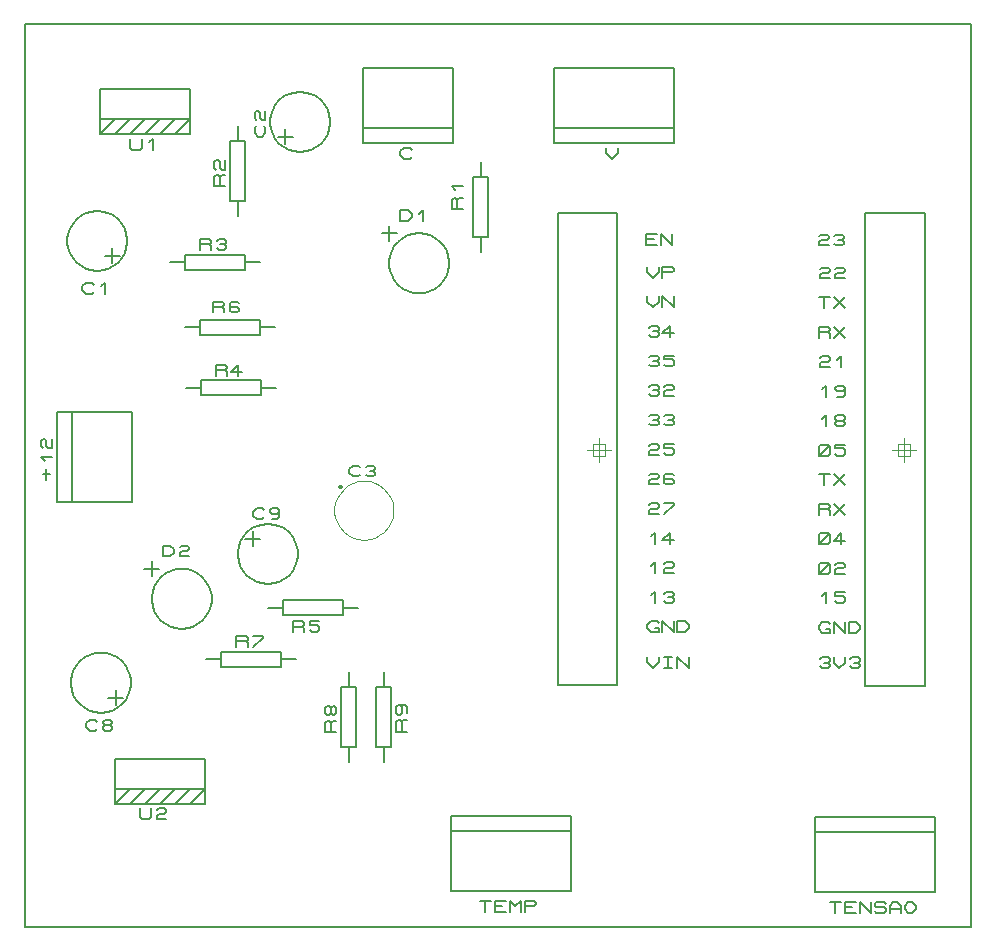
<source format=gbr>
G04 PROTEUS GERBER X2 FILE*
%TF.GenerationSoftware,Labcenter,Proteus,8.6-SP2-Build23525*%
%TF.CreationDate,2021-11-18T02:18:18+00:00*%
%TF.FileFunction,Legend,Top*%
%TF.FilePolarity,Positive*%
%TF.Part,Single*%
%FSLAX45Y45*%
%MOMM*%
G01*
%TA.AperFunction,Material*%
%ADD71C,0.000010*%
%ADD20C,0.203200*%
%ADD21C,0.120000*%
%ADD22C,0.200000*%
%TA.AperFunction,Profile*%
%ADD17C,0.203200*%
%TD.AperFunction*%
D71*
X-3470800Y+1103200D02*
X-3369200Y+1103200D01*
X-3369200Y+1204800D01*
X-3470800Y+1204800D01*
X-3470800Y+1103200D01*
X-3420000Y+1255600D02*
X-3420000Y+1052400D01*
X-3318400Y+1154000D02*
X-3521600Y+1154000D01*
X-6050800Y+1101200D02*
X-5949200Y+1101200D01*
X-5949200Y+1202800D01*
X-6050800Y+1202800D01*
X-6050800Y+1101200D01*
X-6000000Y+1253600D02*
X-6000000Y+1050400D01*
X-5898400Y+1152000D02*
X-6101600Y+1152000D01*
D20*
X-5504750Y+2888080D02*
X-5600000Y+2888080D01*
X-5600000Y+2979520D01*
X-5504750Y+2979520D01*
X-5600000Y+2933800D02*
X-5536500Y+2933800D01*
X-5473000Y+2888080D02*
X-5473000Y+2979520D01*
X-5377750Y+2888080D01*
X-5377750Y+2979520D01*
X-5590000Y+2699520D02*
X-5590000Y+2653800D01*
X-5542375Y+2608080D01*
X-5494750Y+2653800D01*
X-5494750Y+2699520D01*
X-5463000Y+2608080D02*
X-5463000Y+2699520D01*
X-5383625Y+2699520D01*
X-5367750Y+2684280D01*
X-5367750Y+2669040D01*
X-5383625Y+2653800D01*
X-5463000Y+2653800D01*
X-5590000Y+2449520D02*
X-5590000Y+2403800D01*
X-5542375Y+2358080D01*
X-5494750Y+2403800D01*
X-5494750Y+2449520D01*
X-5463000Y+2358080D02*
X-5463000Y+2449520D01*
X-5367750Y+2358080D01*
X-5367750Y+2449520D01*
X-5574125Y+2184280D02*
X-5558250Y+2199520D01*
X-5510625Y+2199520D01*
X-5494750Y+2184280D01*
X-5494750Y+2169040D01*
X-5510625Y+2153800D01*
X-5494750Y+2138560D01*
X-5494750Y+2123320D01*
X-5510625Y+2108080D01*
X-5558250Y+2108080D01*
X-5574125Y+2123320D01*
X-5542375Y+2153800D02*
X-5510625Y+2153800D01*
X-5367750Y+2138560D02*
X-5463000Y+2138560D01*
X-5399500Y+2199520D01*
X-5399500Y+2108080D01*
X-5574125Y+1934280D02*
X-5558250Y+1949520D01*
X-5510625Y+1949520D01*
X-5494750Y+1934280D01*
X-5494750Y+1919040D01*
X-5510625Y+1903800D01*
X-5494750Y+1888560D01*
X-5494750Y+1873320D01*
X-5510625Y+1858080D01*
X-5558250Y+1858080D01*
X-5574125Y+1873320D01*
X-5542375Y+1903800D02*
X-5510625Y+1903800D01*
X-5367750Y+1949520D02*
X-5447125Y+1949520D01*
X-5447125Y+1919040D01*
X-5383625Y+1919040D01*
X-5367750Y+1903800D01*
X-5367750Y+1873320D01*
X-5383625Y+1858080D01*
X-5431250Y+1858080D01*
X-5447125Y+1873320D01*
X-5574125Y+1684280D02*
X-5558250Y+1699520D01*
X-5510625Y+1699520D01*
X-5494750Y+1684280D01*
X-5494750Y+1669040D01*
X-5510625Y+1653800D01*
X-5494750Y+1638560D01*
X-5494750Y+1623320D01*
X-5510625Y+1608080D01*
X-5558250Y+1608080D01*
X-5574125Y+1623320D01*
X-5542375Y+1653800D02*
X-5510625Y+1653800D01*
X-5447125Y+1684280D02*
X-5431250Y+1699520D01*
X-5383625Y+1699520D01*
X-5367750Y+1684280D01*
X-5367750Y+1669040D01*
X-5383625Y+1653800D01*
X-5431250Y+1653800D01*
X-5447125Y+1638560D01*
X-5447125Y+1608080D01*
X-5367750Y+1608080D01*
X-5574125Y+1434280D02*
X-5558250Y+1449520D01*
X-5510625Y+1449520D01*
X-5494750Y+1434280D01*
X-5494750Y+1419040D01*
X-5510625Y+1403800D01*
X-5494750Y+1388560D01*
X-5494750Y+1373320D01*
X-5510625Y+1358080D01*
X-5558250Y+1358080D01*
X-5574125Y+1373320D01*
X-5542375Y+1403800D02*
X-5510625Y+1403800D01*
X-5447125Y+1434280D02*
X-5431250Y+1449520D01*
X-5383625Y+1449520D01*
X-5367750Y+1434280D01*
X-5367750Y+1419040D01*
X-5383625Y+1403800D01*
X-5367750Y+1388560D01*
X-5367750Y+1373320D01*
X-5383625Y+1358080D01*
X-5431250Y+1358080D01*
X-5447125Y+1373320D01*
X-5415375Y+1403800D02*
X-5383625Y+1403800D01*
X-5574125Y+1184280D02*
X-5558250Y+1199520D01*
X-5510625Y+1199520D01*
X-5494750Y+1184280D01*
X-5494750Y+1169040D01*
X-5510625Y+1153800D01*
X-5558250Y+1153800D01*
X-5574125Y+1138560D01*
X-5574125Y+1108080D01*
X-5494750Y+1108080D01*
X-5367750Y+1199520D02*
X-5447125Y+1199520D01*
X-5447125Y+1169040D01*
X-5383625Y+1169040D01*
X-5367750Y+1153800D01*
X-5367750Y+1123320D01*
X-5383625Y+1108080D01*
X-5431250Y+1108080D01*
X-5447125Y+1123320D01*
X-5574125Y+934280D02*
X-5558250Y+949520D01*
X-5510625Y+949520D01*
X-5494750Y+934280D01*
X-5494750Y+919040D01*
X-5510625Y+903800D01*
X-5558250Y+903800D01*
X-5574125Y+888560D01*
X-5574125Y+858080D01*
X-5494750Y+858080D01*
X-5367750Y+934280D02*
X-5383625Y+949520D01*
X-5431250Y+949520D01*
X-5447125Y+934280D01*
X-5447125Y+873320D01*
X-5431250Y+858080D01*
X-5383625Y+858080D01*
X-5367750Y+873320D01*
X-5367750Y+888560D01*
X-5383625Y+903800D01*
X-5447125Y+903800D01*
X-5574125Y+684280D02*
X-5558250Y+699520D01*
X-5510625Y+699520D01*
X-5494750Y+684280D01*
X-5494750Y+669040D01*
X-5510625Y+653800D01*
X-5558250Y+653800D01*
X-5574125Y+638560D01*
X-5574125Y+608080D01*
X-5494750Y+608080D01*
X-5447125Y+699520D02*
X-5367750Y+699520D01*
X-5367750Y+684280D01*
X-5447125Y+608080D01*
X-5558250Y+419040D02*
X-5526500Y+449520D01*
X-5526500Y+358080D01*
X-5367750Y+388560D02*
X-5463000Y+388560D01*
X-5399500Y+449520D01*
X-5399500Y+358080D01*
X-5558250Y+169040D02*
X-5526500Y+199520D01*
X-5526500Y+108080D01*
X-5447125Y+184280D02*
X-5431250Y+199520D01*
X-5383625Y+199520D01*
X-5367750Y+184280D01*
X-5367750Y+169040D01*
X-5383625Y+153800D01*
X-5431250Y+153800D01*
X-5447125Y+138560D01*
X-5447125Y+108080D01*
X-5367750Y+108080D01*
X-5558250Y-80960D02*
X-5526500Y-50480D01*
X-5526500Y-141920D01*
X-5447125Y-65720D02*
X-5431250Y-50480D01*
X-5383625Y-50480D01*
X-5367750Y-65720D01*
X-5367750Y-80960D01*
X-5383625Y-96200D01*
X-5367750Y-111440D01*
X-5367750Y-126680D01*
X-5383625Y-141920D01*
X-5431250Y-141920D01*
X-5447125Y-126680D01*
X-5415375Y-96200D02*
X-5383625Y-96200D01*
X-5526500Y-361440D02*
X-5494750Y-361440D01*
X-5494750Y-391920D01*
X-5558250Y-391920D01*
X-5590000Y-361440D01*
X-5590000Y-330960D01*
X-5558250Y-300480D01*
X-5510625Y-300480D01*
X-5494750Y-315720D01*
X-5463000Y-391920D02*
X-5463000Y-300480D01*
X-5367750Y-391920D01*
X-5367750Y-300480D01*
X-5336000Y-391920D02*
X-5336000Y-300480D01*
X-5272500Y-300480D01*
X-5240750Y-330960D01*
X-5240750Y-361440D01*
X-5272500Y-391920D01*
X-5336000Y-391920D01*
X-5590000Y-600480D02*
X-5590000Y-646200D01*
X-5542375Y-691920D01*
X-5494750Y-646200D01*
X-5494750Y-600480D01*
X-5447125Y-600480D02*
X-5383625Y-600480D01*
X-5415375Y-600480D02*
X-5415375Y-691920D01*
X-5447125Y-691920D02*
X-5383625Y-691920D01*
X-5336000Y-691920D02*
X-5336000Y-600480D01*
X-5240750Y-691920D01*
X-5240750Y-600480D01*
X-4134125Y+2958280D02*
X-4118250Y+2973520D01*
X-4070625Y+2973520D01*
X-4054750Y+2958280D01*
X-4054750Y+2943040D01*
X-4070625Y+2927800D01*
X-4118250Y+2927800D01*
X-4134125Y+2912560D01*
X-4134125Y+2882080D01*
X-4054750Y+2882080D01*
X-4007125Y+2958280D02*
X-3991250Y+2973520D01*
X-3943625Y+2973520D01*
X-3927750Y+2958280D01*
X-3927750Y+2943040D01*
X-3943625Y+2927800D01*
X-3927750Y+2912560D01*
X-3927750Y+2897320D01*
X-3943625Y+2882080D01*
X-3991250Y+2882080D01*
X-4007125Y+2897320D01*
X-3975375Y+2927800D02*
X-3943625Y+2927800D01*
X-4124125Y+2678280D02*
X-4108250Y+2693520D01*
X-4060625Y+2693520D01*
X-4044750Y+2678280D01*
X-4044750Y+2663040D01*
X-4060625Y+2647800D01*
X-4108250Y+2647800D01*
X-4124125Y+2632560D01*
X-4124125Y+2602080D01*
X-4044750Y+2602080D01*
X-3997125Y+2678280D02*
X-3981250Y+2693520D01*
X-3933625Y+2693520D01*
X-3917750Y+2678280D01*
X-3917750Y+2663040D01*
X-3933625Y+2647800D01*
X-3981250Y+2647800D01*
X-3997125Y+2632560D01*
X-3997125Y+2602080D01*
X-3917750Y+2602080D01*
X-4140000Y+2443520D02*
X-4044750Y+2443520D01*
X-4092375Y+2443520D02*
X-4092375Y+2352080D01*
X-4013000Y+2443520D02*
X-3917750Y+2352080D01*
X-4013000Y+2352080D02*
X-3917750Y+2443520D01*
X-4140000Y+2102080D02*
X-4140000Y+2193520D01*
X-4060625Y+2193520D01*
X-4044750Y+2178280D01*
X-4044750Y+2163040D01*
X-4060625Y+2147800D01*
X-4140000Y+2147800D01*
X-4060625Y+2147800D02*
X-4044750Y+2132560D01*
X-4044750Y+2102080D01*
X-4013000Y+2193520D02*
X-3917750Y+2102080D01*
X-4013000Y+2102080D02*
X-3917750Y+2193520D01*
X-4124125Y+1928280D02*
X-4108250Y+1943520D01*
X-4060625Y+1943520D01*
X-4044750Y+1928280D01*
X-4044750Y+1913040D01*
X-4060625Y+1897800D01*
X-4108250Y+1897800D01*
X-4124125Y+1882560D01*
X-4124125Y+1852080D01*
X-4044750Y+1852080D01*
X-3981250Y+1913040D02*
X-3949500Y+1943520D01*
X-3949500Y+1852080D01*
X-4108250Y+1663040D02*
X-4076500Y+1693520D01*
X-4076500Y+1602080D01*
X-3917750Y+1663040D02*
X-3933625Y+1647800D01*
X-3981250Y+1647800D01*
X-3997125Y+1663040D01*
X-3997125Y+1678280D01*
X-3981250Y+1693520D01*
X-3933625Y+1693520D01*
X-3917750Y+1678280D01*
X-3917750Y+1617320D01*
X-3933625Y+1602080D01*
X-3981250Y+1602080D01*
X-4108250Y+1413040D02*
X-4076500Y+1443520D01*
X-4076500Y+1352080D01*
X-3981250Y+1397800D02*
X-3997125Y+1413040D01*
X-3997125Y+1428280D01*
X-3981250Y+1443520D01*
X-3933625Y+1443520D01*
X-3917750Y+1428280D01*
X-3917750Y+1413040D01*
X-3933625Y+1397800D01*
X-3981250Y+1397800D01*
X-3997125Y+1382560D01*
X-3997125Y+1367320D01*
X-3981250Y+1352080D01*
X-3933625Y+1352080D01*
X-3917750Y+1367320D01*
X-3917750Y+1382560D01*
X-3933625Y+1397800D01*
X-4140000Y+1117320D02*
X-4140000Y+1178280D01*
X-4124125Y+1193520D01*
X-4060625Y+1193520D01*
X-4044750Y+1178280D01*
X-4044750Y+1117320D01*
X-4060625Y+1102080D01*
X-4124125Y+1102080D01*
X-4140000Y+1117320D01*
X-4140000Y+1102080D02*
X-4044750Y+1193520D01*
X-3917750Y+1193520D02*
X-3997125Y+1193520D01*
X-3997125Y+1163040D01*
X-3933625Y+1163040D01*
X-3917750Y+1147800D01*
X-3917750Y+1117320D01*
X-3933625Y+1102080D01*
X-3981250Y+1102080D01*
X-3997125Y+1117320D01*
X-4140000Y+943520D02*
X-4044750Y+943520D01*
X-4092375Y+943520D02*
X-4092375Y+852080D01*
X-4013000Y+943520D02*
X-3917750Y+852080D01*
X-4013000Y+852080D02*
X-3917750Y+943520D01*
X-4140000Y+602080D02*
X-4140000Y+693520D01*
X-4060625Y+693520D01*
X-4044750Y+678280D01*
X-4044750Y+663040D01*
X-4060625Y+647800D01*
X-4140000Y+647800D01*
X-4060625Y+647800D02*
X-4044750Y+632560D01*
X-4044750Y+602080D01*
X-4013000Y+693520D02*
X-3917750Y+602080D01*
X-4013000Y+602080D02*
X-3917750Y+693520D01*
X-4140000Y+367320D02*
X-4140000Y+428280D01*
X-4124125Y+443520D01*
X-4060625Y+443520D01*
X-4044750Y+428280D01*
X-4044750Y+367320D01*
X-4060625Y+352080D01*
X-4124125Y+352080D01*
X-4140000Y+367320D01*
X-4140000Y+352080D02*
X-4044750Y+443520D01*
X-3917750Y+382560D02*
X-4013000Y+382560D01*
X-3949500Y+443520D01*
X-3949500Y+352080D01*
X-4140000Y+117320D02*
X-4140000Y+178280D01*
X-4124125Y+193520D01*
X-4060625Y+193520D01*
X-4044750Y+178280D01*
X-4044750Y+117320D01*
X-4060625Y+102080D01*
X-4124125Y+102080D01*
X-4140000Y+117320D01*
X-4140000Y+102080D02*
X-4044750Y+193520D01*
X-3997125Y+178280D02*
X-3981250Y+193520D01*
X-3933625Y+193520D01*
X-3917750Y+178280D01*
X-3917750Y+163040D01*
X-3933625Y+147800D01*
X-3981250Y+147800D01*
X-3997125Y+132560D01*
X-3997125Y+102080D01*
X-3917750Y+102080D01*
X-4108250Y-86960D02*
X-4076500Y-56480D01*
X-4076500Y-147920D01*
X-3917750Y-56480D02*
X-3997125Y-56480D01*
X-3997125Y-86960D01*
X-3933625Y-86960D01*
X-3917750Y-102200D01*
X-3917750Y-132680D01*
X-3933625Y-147920D01*
X-3981250Y-147920D01*
X-3997125Y-132680D01*
X-4076500Y-367440D02*
X-4044750Y-367440D01*
X-4044750Y-397920D01*
X-4108250Y-397920D01*
X-4140000Y-367440D01*
X-4140000Y-336960D01*
X-4108250Y-306480D01*
X-4060625Y-306480D01*
X-4044750Y-321720D01*
X-4013000Y-397920D02*
X-4013000Y-306480D01*
X-3917750Y-397920D01*
X-3917750Y-306480D01*
X-3886000Y-397920D02*
X-3886000Y-306480D01*
X-3822500Y-306480D01*
X-3790750Y-336960D01*
X-3790750Y-367440D01*
X-3822500Y-397920D01*
X-3886000Y-397920D01*
X-4124125Y-621720D02*
X-4108250Y-606480D01*
X-4060625Y-606480D01*
X-4044750Y-621720D01*
X-4044750Y-636960D01*
X-4060625Y-652200D01*
X-4044750Y-667440D01*
X-4044750Y-682680D01*
X-4060625Y-697920D01*
X-4108250Y-697920D01*
X-4124125Y-682680D01*
X-4092375Y-652200D02*
X-4060625Y-652200D01*
X-4013000Y-606480D02*
X-4013000Y-652200D01*
X-3965375Y-697920D01*
X-3917750Y-652200D01*
X-3917750Y-606480D01*
X-3870125Y-621720D02*
X-3854250Y-606480D01*
X-3806625Y-606480D01*
X-3790750Y-621720D01*
X-3790750Y-636960D01*
X-3806625Y-652200D01*
X-3790750Y-667440D01*
X-3790750Y-682680D01*
X-3806625Y-697920D01*
X-3854250Y-697920D01*
X-3870125Y-682680D01*
X-3838375Y-652200D02*
X-3806625Y-652200D01*
X-6350000Y-840000D02*
X-5850000Y-840000D01*
X-5850000Y+3160000D01*
X-6350000Y+3160000D01*
X-6350000Y-840000D01*
X-3750000Y-846000D02*
X-3240000Y-846000D01*
X-3240000Y+3154000D01*
X-3750000Y+3154000D01*
X-3750000Y-846000D01*
X-6382000Y+3749000D02*
X-5366000Y+3749000D01*
X-5366000Y+4384000D01*
X-6382000Y+4384000D01*
X-6382000Y+3749000D01*
X-5366000Y+3876000D02*
X-6382000Y+3876000D01*
X-5937500Y+3708360D02*
X-5937500Y+3662640D01*
X-5889875Y+3616920D01*
X-5842250Y+3662640D01*
X-5842250Y+3708360D01*
X-7998000Y+3749000D02*
X-7236000Y+3749000D01*
X-7236000Y+4384000D01*
X-7998000Y+4384000D01*
X-7998000Y+3749000D01*
X-7236000Y+3876000D02*
X-7998000Y+3876000D01*
X-7585250Y+3632160D02*
X-7601125Y+3616920D01*
X-7648750Y+3616920D01*
X-7680500Y+3647400D01*
X-7680500Y+3677880D01*
X-7648750Y+3708360D01*
X-7601125Y+3708360D01*
X-7585250Y+3693120D01*
X-10591000Y+706000D02*
X-9956000Y+706000D01*
X-9956000Y+1468000D01*
X-10591000Y+1468000D01*
X-10591000Y+706000D01*
X-10464000Y+706000D02*
X-10464000Y+1468000D01*
X-10677360Y+896500D02*
X-10677360Y+991750D01*
X-10707840Y+944125D02*
X-10646880Y+944125D01*
X-10692600Y+1055250D02*
X-10723080Y+1087000D01*
X-10631640Y+1087000D01*
X-10707840Y+1166375D02*
X-10723080Y+1182250D01*
X-10723080Y+1229875D01*
X-10707840Y+1245750D01*
X-10692600Y+1245750D01*
X-10677360Y+1229875D01*
X-10677360Y+1182250D01*
X-10662120Y+1166375D01*
X-10631640Y+1166375D01*
X-10631640Y+1245750D01*
X-9993000Y+2920000D02*
X-9993827Y+2940483D01*
X-10000545Y+2981450D01*
X-10014563Y+3022417D01*
X-10037341Y+3063384D01*
X-10072141Y+3104229D01*
X-10113108Y+3135845D01*
X-10154075Y+3156392D01*
X-10195042Y+3168629D01*
X-10236009Y+3173762D01*
X-10247000Y+3174000D01*
X-10501000Y+2920000D02*
X-10500173Y+2940483D01*
X-10493455Y+2981450D01*
X-10479437Y+3022417D01*
X-10456659Y+3063384D01*
X-10421859Y+3104229D01*
X-10380892Y+3135845D01*
X-10339925Y+3156392D01*
X-10298958Y+3168629D01*
X-10257991Y+3173762D01*
X-10247000Y+3174000D01*
X-10501000Y+2920000D02*
X-10500173Y+2899517D01*
X-10493455Y+2858550D01*
X-10479437Y+2817583D01*
X-10456659Y+2776616D01*
X-10421859Y+2735771D01*
X-10380892Y+2704155D01*
X-10339925Y+2683608D01*
X-10298958Y+2671371D01*
X-10257991Y+2666238D01*
X-10247000Y+2666000D01*
X-9993000Y+2920000D02*
X-9993827Y+2899517D01*
X-10000545Y+2858550D01*
X-10014563Y+2817583D01*
X-10037341Y+2776616D01*
X-10072141Y+2735771D01*
X-10113108Y+2704155D01*
X-10154075Y+2683608D01*
X-10195042Y+2671371D01*
X-10236009Y+2666238D01*
X-10247000Y+2666000D01*
X-10056500Y+2793000D02*
X-10183500Y+2793000D01*
X-10120000Y+2729500D02*
X-10120000Y+2856500D01*
X-10277830Y+2489160D02*
X-10293705Y+2473920D01*
X-10341330Y+2473920D01*
X-10373080Y+2504400D01*
X-10373080Y+2534880D01*
X-10341330Y+2565360D01*
X-10293705Y+2565360D01*
X-10277830Y+2550120D01*
X-10214330Y+2534880D02*
X-10182580Y+2565360D01*
X-10182580Y+2473920D01*
X-10221000Y+3953000D02*
X-9459000Y+3953000D01*
X-9459000Y+4207000D01*
X-10221000Y+4207000D01*
X-10221000Y+3953000D01*
X-9459000Y+3953000D02*
X-9459000Y+3826000D01*
X-10221000Y+3826000D01*
X-10221000Y+3953000D01*
X-9459000Y+3953000D02*
X-9586000Y+3826000D01*
X-9586000Y+3953000D02*
X-9713000Y+3826000D01*
X-9713000Y+3953000D02*
X-9840000Y+3826000D01*
X-9840000Y+3953000D02*
X-9967000Y+3826000D01*
X-9967000Y+3953000D02*
X-10094000Y+3826000D01*
X-10094000Y+3953000D02*
X-10221000Y+3826000D01*
X-9967000Y+3785360D02*
X-9967000Y+3709160D01*
X-9951125Y+3693920D01*
X-9887625Y+3693920D01*
X-9871750Y+3709160D01*
X-9871750Y+3785360D01*
X-9808250Y+3754880D02*
X-9776500Y+3785360D01*
X-9776500Y+3693920D01*
X-9060000Y+3127000D02*
X-9060000Y+3254000D01*
X-9123500Y+3254000D02*
X-8996500Y+3254000D01*
X-8996500Y+3762000D01*
X-9123500Y+3762000D01*
X-9123500Y+3254000D01*
X-9060000Y+3762000D02*
X-9060000Y+3889000D01*
X-9164140Y+3381000D02*
X-9255580Y+3381000D01*
X-9255580Y+3460375D01*
X-9240340Y+3476250D01*
X-9225100Y+3476250D01*
X-9209860Y+3460375D01*
X-9209860Y+3381000D01*
X-9209860Y+3460375D02*
X-9194620Y+3476250D01*
X-9164140Y+3476250D01*
X-9240340Y+3523875D02*
X-9255580Y+3539750D01*
X-9255580Y+3587375D01*
X-9240340Y+3603250D01*
X-9225100Y+3603250D01*
X-9209860Y+3587375D01*
X-9209860Y+3539750D01*
X-9194620Y+3523875D01*
X-9164140Y+3523875D01*
X-9164140Y+3603250D01*
X-9633000Y+2740000D02*
X-9506000Y+2740000D01*
X-9506000Y+2676500D02*
X-8998000Y+2676500D01*
X-8998000Y+2803500D01*
X-9506000Y+2803500D01*
X-9506000Y+2676500D01*
X-8998000Y+2740000D02*
X-8871000Y+2740000D01*
X-9379000Y+2844140D02*
X-9379000Y+2935580D01*
X-9299625Y+2935580D01*
X-9283750Y+2920340D01*
X-9283750Y+2905100D01*
X-9299625Y+2889860D01*
X-9379000Y+2889860D01*
X-9299625Y+2889860D02*
X-9283750Y+2874620D01*
X-9283750Y+2844140D01*
X-9236125Y+2920340D02*
X-9220250Y+2935580D01*
X-9172625Y+2935580D01*
X-9156750Y+2920340D01*
X-9156750Y+2905100D01*
X-9172625Y+2889860D01*
X-9156750Y+2874620D01*
X-9156750Y+2859380D01*
X-9172625Y+2844140D01*
X-9220250Y+2844140D01*
X-9236125Y+2859380D01*
X-9204375Y+2889860D02*
X-9172625Y+2889860D01*
X-8276000Y+3927000D02*
X-8276827Y+3947483D01*
X-8283545Y+3988450D01*
X-8297563Y+4029417D01*
X-8320341Y+4070384D01*
X-8355141Y+4111229D01*
X-8396108Y+4142845D01*
X-8437075Y+4163392D01*
X-8478042Y+4175629D01*
X-8519009Y+4180762D01*
X-8530000Y+4181000D01*
X-8784000Y+3927000D02*
X-8783173Y+3947483D01*
X-8776455Y+3988450D01*
X-8762437Y+4029417D01*
X-8739659Y+4070384D01*
X-8704859Y+4111229D01*
X-8663892Y+4142845D01*
X-8622925Y+4163392D01*
X-8581958Y+4175629D01*
X-8540991Y+4180762D01*
X-8530000Y+4181000D01*
X-8784000Y+3927000D02*
X-8783173Y+3906517D01*
X-8776455Y+3865550D01*
X-8762437Y+3824583D01*
X-8739659Y+3783616D01*
X-8704859Y+3742771D01*
X-8663892Y+3711155D01*
X-8622925Y+3690608D01*
X-8581958Y+3678371D01*
X-8540991Y+3673238D01*
X-8530000Y+3673000D01*
X-8276000Y+3927000D02*
X-8276827Y+3906517D01*
X-8283545Y+3865550D01*
X-8297563Y+3824583D01*
X-8320341Y+3783616D01*
X-8355141Y+3742771D01*
X-8396108Y+3711155D01*
X-8437075Y+3690608D01*
X-8478042Y+3678371D01*
X-8519009Y+3673238D01*
X-8530000Y+3673000D01*
X-8657000Y+3736500D02*
X-8657000Y+3863500D01*
X-8720500Y+3800000D02*
X-8593500Y+3800000D01*
X-8839880Y+3894330D02*
X-8824640Y+3878455D01*
X-8824640Y+3830830D01*
X-8855120Y+3799080D01*
X-8885600Y+3799080D01*
X-8916080Y+3830830D01*
X-8916080Y+3878455D01*
X-8900840Y+3894330D01*
X-8900840Y+3941955D02*
X-8916080Y+3957830D01*
X-8916080Y+4005455D01*
X-8900840Y+4021330D01*
X-8885600Y+4021330D01*
X-8870360Y+4005455D01*
X-8870360Y+3957830D01*
X-8855120Y+3941955D01*
X-8824640Y+3941955D01*
X-8824640Y+4021330D01*
X-7000000Y+2827000D02*
X-7000000Y+2954000D01*
X-7063500Y+2954000D02*
X-6936500Y+2954000D01*
X-6936500Y+3462000D01*
X-7063500Y+3462000D01*
X-7063500Y+2954000D01*
X-7000000Y+3462000D02*
X-7000000Y+3589000D01*
X-7154140Y+3191000D02*
X-7245580Y+3191000D01*
X-7245580Y+3270375D01*
X-7230340Y+3286250D01*
X-7215100Y+3286250D01*
X-7199860Y+3270375D01*
X-7199860Y+3191000D01*
X-7199860Y+3270375D02*
X-7184620Y+3286250D01*
X-7154140Y+3286250D01*
X-7215100Y+3349750D02*
X-7245580Y+3381500D01*
X-7154140Y+3381500D01*
X-7269000Y+2730000D02*
X-7269827Y+2750483D01*
X-7276545Y+2791450D01*
X-7290563Y+2832417D01*
X-7313341Y+2873384D01*
X-7348141Y+2914229D01*
X-7389108Y+2945845D01*
X-7430075Y+2966392D01*
X-7471042Y+2978629D01*
X-7512009Y+2983762D01*
X-7523000Y+2984000D01*
X-7777000Y+2730000D02*
X-7776173Y+2750483D01*
X-7769455Y+2791450D01*
X-7755437Y+2832417D01*
X-7732659Y+2873384D01*
X-7697859Y+2914229D01*
X-7656892Y+2945845D01*
X-7615925Y+2966392D01*
X-7574958Y+2978629D01*
X-7533991Y+2983762D01*
X-7523000Y+2984000D01*
X-7777000Y+2730000D02*
X-7776173Y+2709517D01*
X-7769455Y+2668550D01*
X-7755437Y+2627583D01*
X-7732659Y+2586616D01*
X-7697859Y+2545771D01*
X-7656892Y+2514155D01*
X-7615925Y+2493608D01*
X-7574958Y+2481371D01*
X-7533991Y+2476238D01*
X-7523000Y+2476000D01*
X-7269000Y+2730000D02*
X-7269827Y+2709517D01*
X-7276545Y+2668550D01*
X-7290563Y+2627583D01*
X-7313341Y+2586616D01*
X-7348141Y+2545771D01*
X-7389108Y+2514155D01*
X-7430075Y+2493608D01*
X-7471042Y+2481371D01*
X-7512009Y+2476238D01*
X-7523000Y+2476000D01*
X-7840500Y+2984000D02*
X-7713500Y+2984000D01*
X-7777000Y+3047500D02*
X-7777000Y+2920500D01*
X-7681750Y+3088140D02*
X-7681750Y+3179580D01*
X-7618250Y+3179580D01*
X-7586500Y+3149100D01*
X-7586500Y+3118620D01*
X-7618250Y+3088140D01*
X-7681750Y+3088140D01*
X-7523000Y+3149100D02*
X-7491250Y+3179580D01*
X-7491250Y+3088140D01*
X-9503000Y+2190000D02*
X-9376000Y+2190000D01*
X-9376000Y+2126500D02*
X-8868000Y+2126500D01*
X-8868000Y+2253500D01*
X-9376000Y+2253500D01*
X-9376000Y+2126500D01*
X-8868000Y+2190000D02*
X-8741000Y+2190000D01*
X-9269000Y+2314140D02*
X-9269000Y+2405580D01*
X-9189625Y+2405580D01*
X-9173750Y+2390340D01*
X-9173750Y+2375100D01*
X-9189625Y+2359860D01*
X-9269000Y+2359860D01*
X-9189625Y+2359860D02*
X-9173750Y+2344620D01*
X-9173750Y+2314140D01*
X-9046750Y+2390340D02*
X-9062625Y+2405580D01*
X-9110250Y+2405580D01*
X-9126125Y+2390340D01*
X-9126125Y+2329380D01*
X-9110250Y+2314140D01*
X-9062625Y+2314140D01*
X-9046750Y+2329380D01*
X-9046750Y+2344620D01*
X-9062625Y+2359860D01*
X-9126125Y+2359860D01*
X-9963000Y-820000D02*
X-9963827Y-799517D01*
X-9970545Y-758550D01*
X-9984563Y-717583D01*
X-10007341Y-676616D01*
X-10042141Y-635771D01*
X-10083108Y-604155D01*
X-10124075Y-583608D01*
X-10165042Y-571371D01*
X-10206009Y-566238D01*
X-10217000Y-566000D01*
X-10471000Y-820000D02*
X-10470173Y-799517D01*
X-10463455Y-758550D01*
X-10449437Y-717583D01*
X-10426659Y-676616D01*
X-10391859Y-635771D01*
X-10350892Y-604155D01*
X-10309925Y-583608D01*
X-10268958Y-571371D01*
X-10227991Y-566238D01*
X-10217000Y-566000D01*
X-10471000Y-820000D02*
X-10470173Y-840483D01*
X-10463455Y-881450D01*
X-10449437Y-922417D01*
X-10426659Y-963384D01*
X-10391859Y-1004229D01*
X-10350892Y-1035845D01*
X-10309925Y-1056392D01*
X-10268958Y-1068629D01*
X-10227991Y-1073762D01*
X-10217000Y-1074000D01*
X-9963000Y-820000D02*
X-9963827Y-840483D01*
X-9970545Y-881450D01*
X-9984563Y-922417D01*
X-10007341Y-963384D01*
X-10042141Y-1004229D01*
X-10083108Y-1035845D01*
X-10124075Y-1056392D01*
X-10165042Y-1068629D01*
X-10206009Y-1073762D01*
X-10217000Y-1074000D01*
X-10026500Y-947000D02*
X-10153500Y-947000D01*
X-10090000Y-1010500D02*
X-10090000Y-883500D01*
X-10247830Y-1210840D02*
X-10263705Y-1226080D01*
X-10311330Y-1226080D01*
X-10343080Y-1195600D01*
X-10343080Y-1165120D01*
X-10311330Y-1134640D01*
X-10263705Y-1134640D01*
X-10247830Y-1149880D01*
X-10184330Y-1180360D02*
X-10200205Y-1165120D01*
X-10200205Y-1149880D01*
X-10184330Y-1134640D01*
X-10136705Y-1134640D01*
X-10120830Y-1149880D01*
X-10120830Y-1165120D01*
X-10136705Y-1180360D01*
X-10184330Y-1180360D01*
X-10200205Y-1195600D01*
X-10200205Y-1210840D01*
X-10184330Y-1226080D01*
X-10136705Y-1226080D01*
X-10120830Y-1210840D01*
X-10120830Y-1195600D01*
X-10136705Y-1180360D01*
X-10101000Y-1717000D02*
X-9339000Y-1717000D01*
X-9339000Y-1463000D01*
X-10101000Y-1463000D01*
X-10101000Y-1717000D01*
X-9339000Y-1717000D02*
X-9339000Y-1844000D01*
X-10101000Y-1844000D01*
X-10101000Y-1717000D01*
X-9339000Y-1717000D02*
X-9466000Y-1844000D01*
X-9466000Y-1717000D02*
X-9593000Y-1844000D01*
X-9593000Y-1717000D02*
X-9720000Y-1844000D01*
X-9720000Y-1717000D02*
X-9847000Y-1844000D01*
X-9847000Y-1717000D02*
X-9974000Y-1844000D01*
X-9974000Y-1717000D02*
X-10101000Y-1844000D01*
X-9887000Y-1884640D02*
X-9887000Y-1960840D01*
X-9871125Y-1976080D01*
X-9807625Y-1976080D01*
X-9791750Y-1960840D01*
X-9791750Y-1884640D01*
X-9744125Y-1899880D02*
X-9728250Y-1884640D01*
X-9680625Y-1884640D01*
X-9664750Y-1899880D01*
X-9664750Y-1915120D01*
X-9680625Y-1930360D01*
X-9728250Y-1930360D01*
X-9744125Y-1945600D01*
X-9744125Y-1976080D01*
X-9664750Y-1976080D01*
X-7820000Y-727000D02*
X-7820000Y-854000D01*
X-7883500Y-1362000D02*
X-7756500Y-1362000D01*
X-7756500Y-854000D01*
X-7883500Y-854000D01*
X-7883500Y-1362000D01*
X-7820000Y-1362000D02*
X-7820000Y-1489000D01*
X-7624420Y-1235000D02*
X-7715860Y-1235000D01*
X-7715860Y-1155625D01*
X-7700620Y-1139750D01*
X-7685380Y-1139750D01*
X-7670140Y-1155625D01*
X-7670140Y-1235000D01*
X-7670140Y-1155625D02*
X-7654900Y-1139750D01*
X-7624420Y-1139750D01*
X-7685380Y-1012750D02*
X-7670140Y-1028625D01*
X-7670140Y-1076250D01*
X-7685380Y-1092125D01*
X-7700620Y-1092125D01*
X-7715860Y-1076250D01*
X-7715860Y-1028625D01*
X-7700620Y-1012750D01*
X-7639660Y-1012750D01*
X-7624420Y-1028625D01*
X-7624420Y-1076250D01*
X-8120000Y-1493000D02*
X-8120000Y-1366000D01*
X-8183500Y-1366000D02*
X-8056500Y-1366000D01*
X-8056500Y-858000D01*
X-8183500Y-858000D01*
X-8183500Y-1366000D01*
X-8120000Y-858000D02*
X-8120000Y-731000D01*
X-8224140Y-1239000D02*
X-8315580Y-1239000D01*
X-8315580Y-1159625D01*
X-8300340Y-1143750D01*
X-8285100Y-1143750D01*
X-8269860Y-1159625D01*
X-8269860Y-1239000D01*
X-8269860Y-1159625D02*
X-8254620Y-1143750D01*
X-8224140Y-1143750D01*
X-8269860Y-1080250D02*
X-8285100Y-1096125D01*
X-8300340Y-1096125D01*
X-8315580Y-1080250D01*
X-8315580Y-1032625D01*
X-8300340Y-1016750D01*
X-8285100Y-1016750D01*
X-8269860Y-1032625D01*
X-8269860Y-1080250D01*
X-8254620Y-1096125D01*
X-8239380Y-1096125D01*
X-8224140Y-1080250D01*
X-8224140Y-1032625D01*
X-8239380Y-1016750D01*
X-8254620Y-1016750D01*
X-8269860Y-1032625D01*
X-8549000Y+270000D02*
X-8549827Y+290483D01*
X-8556545Y+331450D01*
X-8570563Y+372417D01*
X-8593341Y+413384D01*
X-8628141Y+454229D01*
X-8669108Y+485845D01*
X-8710075Y+506392D01*
X-8751042Y+518629D01*
X-8792009Y+523762D01*
X-8803000Y+524000D01*
X-9057000Y+270000D02*
X-9056173Y+290483D01*
X-9049455Y+331450D01*
X-9035437Y+372417D01*
X-9012659Y+413384D01*
X-8977859Y+454229D01*
X-8936892Y+485845D01*
X-8895925Y+506392D01*
X-8854958Y+518629D01*
X-8813991Y+523762D01*
X-8803000Y+524000D01*
X-9057000Y+270000D02*
X-9056173Y+249517D01*
X-9049455Y+208550D01*
X-9035437Y+167583D01*
X-9012659Y+126616D01*
X-8977859Y+85771D01*
X-8936892Y+54155D01*
X-8895925Y+33608D01*
X-8854958Y+21371D01*
X-8813991Y+16238D01*
X-8803000Y+16000D01*
X-8549000Y+270000D02*
X-8549827Y+249517D01*
X-8556545Y+208550D01*
X-8570563Y+167583D01*
X-8593341Y+126616D01*
X-8628141Y+85771D01*
X-8669108Y+54155D01*
X-8710075Y+33608D01*
X-8751042Y+21371D01*
X-8792009Y+16238D01*
X-8803000Y+16000D01*
X-8993500Y+397000D02*
X-8866500Y+397000D01*
X-8930000Y+460500D02*
X-8930000Y+333500D01*
X-8835670Y+579880D02*
X-8851545Y+564640D01*
X-8899170Y+564640D01*
X-8930920Y+595120D01*
X-8930920Y+625600D01*
X-8899170Y+656080D01*
X-8851545Y+656080D01*
X-8835670Y+640840D01*
X-8708670Y+625600D02*
X-8724545Y+610360D01*
X-8772170Y+610360D01*
X-8788045Y+625600D01*
X-8788045Y+640840D01*
X-8772170Y+656080D01*
X-8724545Y+656080D01*
X-8708670Y+640840D01*
X-8708670Y+579880D01*
X-8724545Y+564640D01*
X-8772170Y+564640D01*
X-9323000Y-620000D02*
X-9196000Y-620000D01*
X-9196000Y-683500D02*
X-8688000Y-683500D01*
X-8688000Y-556500D01*
X-9196000Y-556500D01*
X-9196000Y-683500D01*
X-8688000Y-620000D02*
X-8561000Y-620000D01*
X-9069000Y-515860D02*
X-9069000Y-424420D01*
X-8989625Y-424420D01*
X-8973750Y-439660D01*
X-8973750Y-454900D01*
X-8989625Y-470140D01*
X-9069000Y-470140D01*
X-8989625Y-470140D02*
X-8973750Y-485380D01*
X-8973750Y-515860D01*
X-8926125Y-424420D02*
X-8846750Y-424420D01*
X-8846750Y-439660D01*
X-8926125Y-515860D01*
X-9279000Y-110000D02*
X-9279827Y-89517D01*
X-9286545Y-48550D01*
X-9300563Y-7583D01*
X-9323341Y+33384D01*
X-9358141Y+74229D01*
X-9399108Y+105845D01*
X-9440075Y+126392D01*
X-9481042Y+138629D01*
X-9522009Y+143762D01*
X-9533000Y+144000D01*
X-9787000Y-110000D02*
X-9786173Y-89517D01*
X-9779455Y-48550D01*
X-9765437Y-7583D01*
X-9742659Y+33384D01*
X-9707859Y+74229D01*
X-9666892Y+105845D01*
X-9625925Y+126392D01*
X-9584958Y+138629D01*
X-9543991Y+143762D01*
X-9533000Y+144000D01*
X-9787000Y-110000D02*
X-9786173Y-130483D01*
X-9779455Y-171450D01*
X-9765437Y-212417D01*
X-9742659Y-253384D01*
X-9707859Y-294229D01*
X-9666892Y-325845D01*
X-9625925Y-346392D01*
X-9584958Y-358629D01*
X-9543991Y-363762D01*
X-9533000Y-364000D01*
X-9279000Y-110000D02*
X-9279827Y-130483D01*
X-9286545Y-171450D01*
X-9300563Y-212417D01*
X-9323341Y-253384D01*
X-9358141Y-294229D01*
X-9399108Y-325845D01*
X-9440075Y-346392D01*
X-9481042Y-358629D01*
X-9522009Y-363762D01*
X-9533000Y-364000D01*
X-9850500Y+144000D02*
X-9723500Y+144000D01*
X-9787000Y+207500D02*
X-9787000Y+80500D01*
X-9691750Y+248140D02*
X-9691750Y+339580D01*
X-9628250Y+339580D01*
X-9596500Y+309100D01*
X-9596500Y+278620D01*
X-9628250Y+248140D01*
X-9691750Y+248140D01*
X-9548875Y+324340D02*
X-9533000Y+339580D01*
X-9485375Y+339580D01*
X-9469500Y+324340D01*
X-9469500Y+309100D01*
X-9485375Y+293860D01*
X-9533000Y+293860D01*
X-9548875Y+278620D01*
X-9548875Y+248140D01*
X-9469500Y+248140D01*
D21*
X-7740000Y+640000D02*
X-7740815Y+660171D01*
X-7747434Y+700514D01*
X-7761247Y+740857D01*
X-7783693Y+781200D01*
X-7817990Y+821418D01*
X-7858333Y+852518D01*
X-7898676Y+872723D01*
X-7939019Y+884747D01*
X-7979362Y+889774D01*
X-7990000Y+890000D01*
X-8240000Y+640000D02*
X-8239185Y+660171D01*
X-8232566Y+700514D01*
X-8218753Y+740857D01*
X-8196307Y+781200D01*
X-8162010Y+821418D01*
X-8121667Y+852518D01*
X-8081324Y+872723D01*
X-8040981Y+884747D01*
X-8000638Y+889774D01*
X-7990000Y+890000D01*
X-8240000Y+640000D02*
X-8239185Y+619829D01*
X-8232566Y+579486D01*
X-8218753Y+539143D01*
X-8196307Y+498800D01*
X-8162010Y+458582D01*
X-8121667Y+427482D01*
X-8081324Y+407277D01*
X-8040981Y+395253D01*
X-8000638Y+390226D01*
X-7990000Y+390000D01*
X-7740000Y+640000D02*
X-7740815Y+619829D01*
X-7747434Y+579486D01*
X-7761247Y+539143D01*
X-7783693Y+498800D01*
X-7817990Y+458582D01*
X-7858333Y+427482D01*
X-7898676Y+407277D01*
X-7939019Y+395253D01*
X-7979362Y+390226D01*
X-7990000Y+390000D01*
D22*
X-8179000Y+839000D02*
X-8179035Y+839831D01*
X-8179316Y+841495D01*
X-8179906Y+843159D01*
X-8180870Y+844823D01*
X-8182345Y+846464D01*
X-8184009Y+847665D01*
X-8185673Y+848430D01*
X-8187337Y+848861D01*
X-8189000Y+849000D01*
X-8199000Y+839000D02*
X-8198965Y+839831D01*
X-8198684Y+841495D01*
X-8198094Y+843159D01*
X-8197130Y+844823D01*
X-8195655Y+846464D01*
X-8193991Y+847665D01*
X-8192327Y+848430D01*
X-8190663Y+848861D01*
X-8189000Y+849000D01*
X-8199000Y+839000D02*
X-8198965Y+838169D01*
X-8198684Y+836505D01*
X-8198094Y+834841D01*
X-8197130Y+833177D01*
X-8195655Y+831536D01*
X-8193991Y+830335D01*
X-8192327Y+829570D01*
X-8190663Y+829139D01*
X-8189000Y+829000D01*
X-8179000Y+839000D02*
X-8179035Y+838169D01*
X-8179316Y+836505D01*
X-8179906Y+834841D01*
X-8180870Y+833177D01*
X-8182345Y+831536D01*
X-8184009Y+830335D01*
X-8185673Y+829570D01*
X-8187337Y+829139D01*
X-8189000Y+829000D01*
D20*
X-8021750Y+941720D02*
X-8037625Y+926480D01*
X-8085250Y+926480D01*
X-8117000Y+956960D01*
X-8117000Y+987440D01*
X-8085250Y+1017920D01*
X-8037625Y+1017920D01*
X-8021750Y+1002680D01*
X-7974125Y+1002680D02*
X-7958250Y+1017920D01*
X-7910625Y+1017920D01*
X-7894750Y+1002680D01*
X-7894750Y+987440D01*
X-7910625Y+972200D01*
X-7894750Y+956960D01*
X-7894750Y+941720D01*
X-7910625Y+926480D01*
X-7958250Y+926480D01*
X-7974125Y+941720D01*
X-7942375Y+972200D02*
X-7910625Y+972200D01*
X-9498000Y+1675000D02*
X-9371000Y+1675000D01*
X-9371000Y+1611500D02*
X-8863000Y+1611500D01*
X-8863000Y+1738500D01*
X-9371000Y+1738500D01*
X-9371000Y+1611500D01*
X-8863000Y+1675000D02*
X-8736000Y+1675000D01*
X-9244000Y+1779140D02*
X-9244000Y+1870580D01*
X-9164625Y+1870580D01*
X-9148750Y+1855340D01*
X-9148750Y+1840100D01*
X-9164625Y+1824860D01*
X-9244000Y+1824860D01*
X-9164625Y+1824860D02*
X-9148750Y+1809620D01*
X-9148750Y+1779140D01*
X-9021750Y+1809620D02*
X-9117000Y+1809620D01*
X-9053500Y+1870580D01*
X-9053500Y+1779140D01*
X-8042000Y-185000D02*
X-8169000Y-185000D01*
X-8677000Y-248500D02*
X-8169000Y-248500D01*
X-8169000Y-121500D01*
X-8677000Y-121500D01*
X-8677000Y-248500D01*
X-8677000Y-185000D02*
X-8804000Y-185000D01*
X-8590000Y-390580D02*
X-8590000Y-299140D01*
X-8510625Y-299140D01*
X-8494750Y-314380D01*
X-8494750Y-329620D01*
X-8510625Y-344860D01*
X-8590000Y-344860D01*
X-8510625Y-344860D02*
X-8494750Y-360100D01*
X-8494750Y-390580D01*
X-8367750Y-299140D02*
X-8447125Y-299140D01*
X-8447125Y-329620D01*
X-8383625Y-329620D01*
X-8367750Y-344860D01*
X-8367750Y-375340D01*
X-8383625Y-390580D01*
X-8431250Y-390580D01*
X-8447125Y-375340D01*
X-4174000Y-2594000D02*
X-3158000Y-2594000D01*
X-3158000Y-1959000D01*
X-4174000Y-1959000D01*
X-4174000Y-2594000D01*
X-4174000Y-2086000D02*
X-3158000Y-2086000D01*
X-4047000Y-2676920D02*
X-3951750Y-2676920D01*
X-3999375Y-2676920D02*
X-3999375Y-2768360D01*
X-3824750Y-2768360D02*
X-3920000Y-2768360D01*
X-3920000Y-2676920D01*
X-3824750Y-2676920D01*
X-3920000Y-2722640D02*
X-3856500Y-2722640D01*
X-3793000Y-2768360D02*
X-3793000Y-2676920D01*
X-3697750Y-2768360D01*
X-3697750Y-2676920D01*
X-3666000Y-2753120D02*
X-3650125Y-2768360D01*
X-3586625Y-2768360D01*
X-3570750Y-2753120D01*
X-3570750Y-2737880D01*
X-3586625Y-2722640D01*
X-3650125Y-2722640D01*
X-3666000Y-2707400D01*
X-3666000Y-2692160D01*
X-3650125Y-2676920D01*
X-3586625Y-2676920D01*
X-3570750Y-2692160D01*
X-3539000Y-2768360D02*
X-3539000Y-2707400D01*
X-3507250Y-2676920D01*
X-3475500Y-2676920D01*
X-3443750Y-2707400D01*
X-3443750Y-2768360D01*
X-3539000Y-2737880D02*
X-3443750Y-2737880D01*
X-3412000Y-2707400D02*
X-3380250Y-2676920D01*
X-3348500Y-2676920D01*
X-3316750Y-2707400D01*
X-3316750Y-2737880D01*
X-3348500Y-2768360D01*
X-3380250Y-2768360D01*
X-3412000Y-2737880D01*
X-3412000Y-2707400D01*
X-7254000Y-2584000D02*
X-6238000Y-2584000D01*
X-6238000Y-1949000D01*
X-7254000Y-1949000D01*
X-7254000Y-2584000D01*
X-7254000Y-2076000D02*
X-6238000Y-2076000D01*
X-7010000Y-2666920D02*
X-6914750Y-2666920D01*
X-6962375Y-2666920D02*
X-6962375Y-2758360D01*
X-6787750Y-2758360D02*
X-6883000Y-2758360D01*
X-6883000Y-2666920D01*
X-6787750Y-2666920D01*
X-6883000Y-2712640D02*
X-6819500Y-2712640D01*
X-6756000Y-2758360D02*
X-6756000Y-2666920D01*
X-6708375Y-2712640D01*
X-6660750Y-2666920D01*
X-6660750Y-2758360D01*
X-6629000Y-2758360D02*
X-6629000Y-2666920D01*
X-6549625Y-2666920D01*
X-6533750Y-2682160D01*
X-6533750Y-2697400D01*
X-6549625Y-2712640D01*
X-6629000Y-2712640D01*
D17*
X-10860000Y-2890000D02*
X-2850000Y-2890000D01*
X-2850000Y+4760000D01*
X-10860000Y+4760000D01*
X-10860000Y-2890000D01*
M02*

</source>
